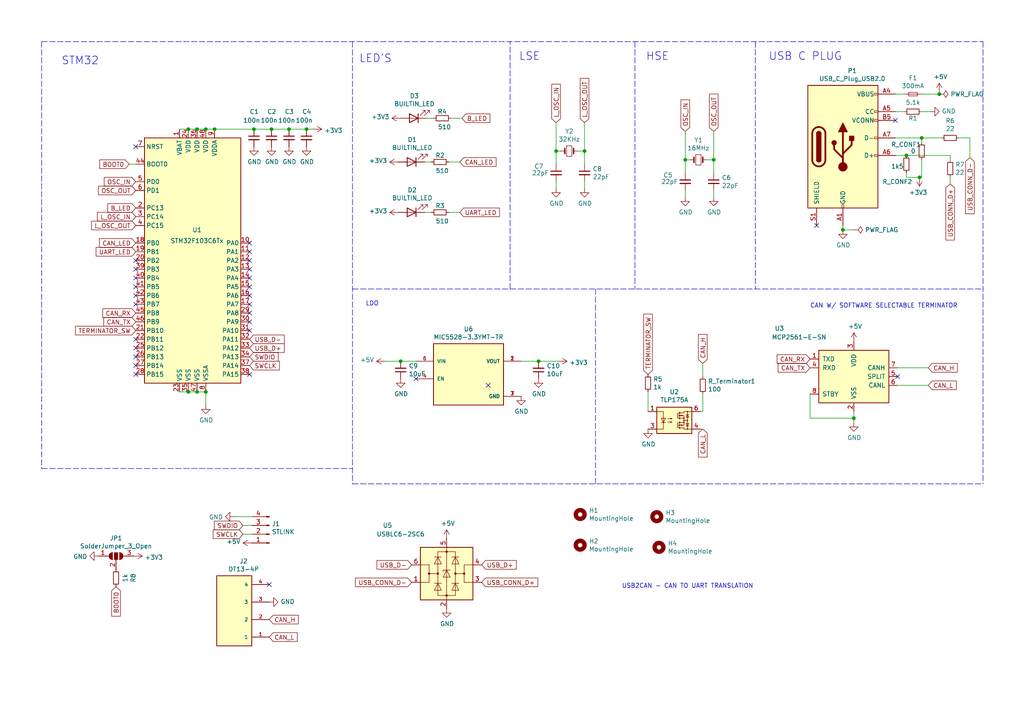
<source format=kicad_sch>
(kicad_sch (version 20211123) (generator eeschema)
  (paper "A4")
  (lib_symbols
    (symbol "Connector:Conn_01x04_Male" (pin_names (offset 1.016) hide)
      (property "Reference" "J" (at 0 5.08 0))
      (property "Value" "Conn_01x04_Male" (at 0 -7.62 0))
      (symbol "Conn_01x04_Male_1_1"
        (polyline (pts (xy 1.27 -5.08) (xy 0.8636 -5.08)) (stroke (width 0.1524)))
        (polyline (pts (xy 1.27 -2.54) (xy 0.8636 -2.54)) (stroke (width 0.1524)))
        (polyline (pts (xy 1.27 0) (xy 0.8636 0)) (stroke (width 0.1524)))
        (polyline (pts (xy 1.27 2.54) (xy 0.8636 2.54)) (stroke (width 0.1524)))
        (rectangle (start 0.8636 -4.953) (end 0 -5.207) (stroke (width 0.1524)) (fill (type outline)))
        (rectangle (start 0.8636 -2.413) (end 0 -2.667) (stroke (width 0.1524)) (fill (type outline)))
        (rectangle (start 0.8636 0.127) (end 0 -0.127) (stroke (width 0.1524)) (fill (type outline)))
        (rectangle (start 0.8636 2.667) (end 0 2.413) (stroke (width 0.1524)) (fill (type outline)))
        (pin passive line (at 5.08 2.54 180) (length 3.81) (name "Pin_1") (number "1"))
        (pin passive line (at 5.08 0 180) (length 3.81) (name "Pin_2") (number "2"))
        (pin passive line (at 5.08 -2.54 180) (length 3.81) (name "Pin_3") (number "3"))
        (pin passive line (at 5.08 -5.08 180) (length 3.81) (name "Pin_4") (number "4"))
      )
    )
    (symbol "Connector:USB_C_Plug_USB2.0" (pin_names (offset 1.016))
      (property "Reference" "P" (at -10.16 19.05 0))
      (property "Value" "USB_C_Plug_USB2.0" (at 12.7 19.05 0))
      (symbol "USB_C_Plug_USB2.0_0_0"
        (rectangle (start -0.254 -17.78) (end 0.254 -16.764))
        (rectangle (start 10.16 -2.286) (end 9.144 -2.794))
        (rectangle (start 10.16 2.794) (end 9.144 2.286))
        (rectangle (start 10.16 7.874) (end 9.144 7.366))
        (rectangle (start 10.16 10.414) (end 9.144 9.906))
        (rectangle (start 10.16 15.494) (end 9.144 14.986))
      )
      (symbol "USB_C_Plug_USB2.0_0_1"
        (rectangle (start -10.16 17.78) (end 10.16 -17.78) (stroke (width 0.254)) (fill (type background)))
        (arc (start -8.89 -3.81) (mid -6.985 -5.715) (end -5.08 -3.81) (stroke (width 0.508)))
        (arc (start -7.62 -3.81) (mid -6.985 -4.445) (end -6.35 -3.81) (stroke (width 0.254)))
        (arc (start -7.62 -3.81) (mid -6.985 -4.445) (end -6.35 -3.81) (stroke (width 0.254)) (fill (type outline)))
        (rectangle (start -7.62 -3.81) (end -6.35 3.81) (stroke (width 0.254)) (fill (type outline)))
        (arc (start -6.35 3.81) (mid -6.985 4.445) (end -7.62 3.81) (stroke (width 0.254)))
        (arc (start -6.35 3.81) (mid -6.985 4.445) (end -7.62 3.81) (stroke (width 0.254)) (fill (type outline)))
        (arc (start -5.08 3.81) (mid -6.985 5.715) (end -8.89 3.81) (stroke (width 0.508)))
        (circle (center -2.54 1.143) (radius 0.635) (stroke (width 0.254)) (fill (type outline)))
        (circle (center 0 -5.842) (radius 1.27) (fill (type outline)))
        (polyline (pts (xy -8.89 -3.81) (xy -8.89 3.81)) (stroke (width 0.508)))
        (polyline (pts (xy -5.08 3.81) (xy -5.08 -3.81)) (stroke (width 0.508)))
        (polyline (pts (xy 0 -5.842) (xy 0 4.318)) (stroke (width 0.508)))
        (polyline (pts (xy 0 -3.302) (xy -2.54 -0.762) (xy -2.54 0.508)) (stroke (width 0.508)))
        (polyline (pts (xy 0 -2.032) (xy 2.54 0.508) (xy 2.54 1.778)) (stroke (width 0.508)))
        (polyline (pts (xy -1.27 4.318) (xy 0 6.858) (xy 1.27 4.318) (xy -1.27 4.318)) (stroke (width 0.254)) (fill (type outline)))
        (rectangle (start 1.905 1.778) (end 3.175 3.048) (stroke (width 0.254)) (fill (type outline)))
      )
      (symbol "USB_C_Plug_USB2.0_1_1"
        (pin passive line (at 0 -22.86 90) (length 5.08) (name "GND") (number "A1"))
        (pin passive line (at 0 -22.86 90) (length 5.08) hide (name "GND") (number "A12"))
        (pin passive line (at 15.24 15.24 180) (length 5.08) (name "VBUS") (number "A4"))
        (pin bidirectional line (at 15.24 10.16 180) (length 5.08) (name "CC") (number "A5"))
        (pin bidirectional line (at 15.24 -2.54 180) (length 5.08) (name "D+") (number "A6"))
        (pin bidirectional line (at 15.24 2.54 180) (length 5.08) (name "D-") (number "A7"))
        (pin passive line (at 15.24 15.24 180) (length 5.08) hide (name "VBUS") (number "A9"))
        (pin passive line (at 0 -22.86 90) (length 5.08) hide (name "GND") (number "B1"))
        (pin passive line (at 0 -22.86 90) (length 5.08) hide (name "GND") (number "B12"))
        (pin passive line (at 15.24 15.24 180) (length 5.08) hide (name "VBUS") (number "B4"))
        (pin bidirectional line (at 15.24 7.62 180) (length 5.08) (name "VCONN") (number "B5"))
        (pin passive line (at 15.24 15.24 180) (length 5.08) hide (name "VBUS") (number "B9"))
        (pin passive line (at -7.62 -22.86 90) (length 5.08) (name "SHIELD") (number "S1"))
      )
    )
    (symbol "Device:C_Small" (pin_numbers hide) (pin_names (offset 0.254) hide)
      (property "Reference" "C" (at 0.254 1.778 0))
      (property "Value" "C_Small" (at 0.254 -2.032 0))
      (symbol "C_Small_0_1"
        (polyline (pts (xy -1.524 -0.508) (xy 1.524 -0.508)) (stroke (width 0.3302)))
        (polyline (pts (xy -1.524 0.508) (xy 1.524 0.508)) (stroke (width 0.3048)))
      )
      (symbol "C_Small_1_1"
        (pin passive line (at 0 2.54 270) (length 2.032) (name "~") (number "1"))
        (pin passive line (at 0 -2.54 90) (length 2.032) (name "~") (number "2"))
      )
    )
    (symbol "Device:Crystal_Small" (pin_numbers hide) (pin_names (offset 1.016) hide)
      (property "Reference" "Y" (at 0 2.54 0))
      (property "Value" "Crystal_Small" (at 0 -2.54 0))
      (symbol "Crystal_Small_0_1"
        (rectangle (start -0.762 -1.524) (end 0.762 1.524))
        (polyline (pts (xy -1.27 -0.762) (xy -1.27 0.762)) (stroke (width 0.381)))
        (polyline (pts (xy 1.27 -0.762) (xy 1.27 0.762)) (stroke (width 0.381)))
      )
      (symbol "Crystal_Small_1_1"
        (pin passive line (at -2.54 0 0) (length 1.27) (name "1") (number "1"))
        (pin passive line (at 2.54 0 180) (length 1.27) (name "2") (number "2"))
      )
    )
    (symbol "Device:Fuse_Small" (pin_numbers hide) (pin_names (offset 0.254) hide)
      (property "Reference" "F" (at 0 -1.524 0))
      (property "Value" "Fuse_Small" (at 0 1.524 0))
      (symbol "Fuse_Small_0_1"
        (rectangle (start -1.27 0.508) (end 1.27 -0.508))
        (polyline (pts (xy -1.27 0) (xy 1.27 0)))
      )
      (symbol "Fuse_Small_1_1"
        (pin passive line (at -2.54 0 0) (length 1.27) (name "~") (number "1"))
        (pin passive line (at 2.54 0 180) (length 1.27) (name "~") (number "2"))
      )
    )
    (symbol "Device:LED" (pin_numbers hide) (pin_names (offset 1.016) hide)
      (property "Reference" "D" (at 0 2.54 0))
      (property "Value" "LED" (at 0 -2.54 0))
      (symbol "LED_0_1"
        (polyline (pts (xy -1.27 -1.27) (xy -1.27 1.27)) (stroke (width 0.254)))
        (polyline (pts (xy -1.27 0) (xy 1.27 0)))
        (polyline (pts (xy 1.27 -1.27) (xy 1.27 1.27) (xy -1.27 0) (xy 1.27 -1.27)) (stroke (width 0.254)))
        (polyline (pts (xy -3.048 -0.762) (xy -4.572 -2.286) (xy -3.81 -2.286) (xy -4.572 -2.286) (xy -4.572 -1.524)))
        (polyline (pts (xy -1.778 -0.762) (xy -3.302 -2.286) (xy -2.54 -2.286) (xy -3.302 -2.286) (xy -3.302 -1.524)))
      )
      (symbol "LED_1_1"
        (pin passive line (at -3.81 0 0) (length 2.54) (name "K") (number "1"))
        (pin passive line (at 3.81 0 180) (length 2.54) (name "A") (number "2"))
      )
    )
    (symbol "Device:R_Small" (pin_numbers hide) (pin_names (offset 0.254) hide)
      (property "Reference" "R" (at 0.762 0.508 0))
      (property "Value" "R_Small" (at 0.762 -1.016 0))
      (symbol "R_Small_0_1"
        (rectangle (start -0.762 1.778) (end 0.762 -1.778) (stroke (width 0.2032)))
      )
      (symbol "R_Small_1_1"
        (pin passive line (at 0 2.54 270) (length 0.762) (name "~") (number "1"))
        (pin passive line (at 0 -2.54 90) (length 0.762) (name "~") (number "2"))
      )
    )
    (symbol "Interface_CAN_LIN:MCP2561-E-SN" (pin_names (offset 1.016))
      (property "Reference" "U" (at -10.16 8.89 0))
      (property "Value" "MCP2561-E-SN" (at 2.54 8.89 0))
      (symbol "MCP2561-E-SN_0_1"
        (rectangle (start -10.16 7.62) (end 10.16 -7.62) (stroke (width 0.254)) (fill (type background)))
      )
      (symbol "MCP2561-E-SN_1_1"
        (pin input line (at -12.7 5.08 0) (length 2.54) (name "TXD") (number "1"))
        (pin power_in line (at 0 -10.16 90) (length 2.54) (name "VSS") (number "2"))
        (pin power_in line (at 0 10.16 270) (length 2.54) (name "VDD") (number "3"))
        (pin output line (at -12.7 2.54 0) (length 2.54) (name "RXD") (number "4"))
        (pin passive line (at 12.7 0 180) (length 2.54) (name "SPLIT") (number "5"))
        (pin bidirectional line (at 12.7 -2.54 180) (length 2.54) (name "CANL") (number "6"))
        (pin bidirectional line (at 12.7 2.54 180) (length 2.54) (name "CANH") (number "7"))
        (pin input line (at -12.7 -5.08 0) (length 2.54) (name "STBY") (number "8"))
      )
    )
    (symbol "MCU_ST_STM32F1:STM32F103C6Tx"
      (property "Reference" "U" (at -15.24 36.83 0))
      (property "Value" "STM32F103C6Tx" (at 7.62 36.83 0))
      (symbol "STM32F103C6Tx_0_1"
        (rectangle (start -15.24 -35.56) (end 12.7 35.56) (stroke (width 0.254)) (fill (type background)))
      )
      (symbol "STM32F103C6Tx_1_1"
        (pin power_in line (at -5.08 38.1 270) (length 2.54) (name "VBAT") (number "1"))
        (pin bidirectional line (at 15.24 5.08 180) (length 2.54) (name "PA0") (number "10"))
        (pin bidirectional line (at 15.24 2.54 180) (length 2.54) (name "PA1") (number "11"))
        (pin bidirectional line (at 15.24 0 180) (length 2.54) (name "PA2") (number "12"))
        (pin bidirectional line (at 15.24 -2.54 180) (length 2.54) (name "PA3") (number "13"))
        (pin bidirectional line (at 15.24 -5.08 180) (length 2.54) (name "PA4") (number "14"))
        (pin bidirectional line (at 15.24 -7.62 180) (length 2.54) (name "PA5") (number "15"))
        (pin bidirectional line (at 15.24 -10.16 180) (length 2.54) (name "PA6") (number "16"))
        (pin bidirectional line (at 15.24 -12.7 180) (length 2.54) (name "PA7") (number "17"))
        (pin bidirectional line (at -17.78 5.08 0) (length 2.54) (name "PB0") (number "18"))
        (pin bidirectional line (at -17.78 2.54 0) (length 2.54) (name "PB1") (number "19"))
        (pin bidirectional line (at -17.78 15.24 0) (length 2.54) (name "PC13") (number "2"))
        (pin bidirectional line (at -17.78 0 0) (length 2.54) (name "PB2") (number "20"))
        (pin bidirectional line (at -17.78 -20.32 0) (length 2.54) (name "PB10") (number "21"))
        (pin bidirectional line (at -17.78 -22.86 0) (length 2.54) (name "PB11") (number "22"))
        (pin power_in line (at -5.08 -38.1 90) (length 2.54) (name "VSS") (number "23"))
        (pin power_in line (at -2.54 38.1 270) (length 2.54) (name "VDD") (number "24"))
        (pin bidirectional line (at -17.78 -25.4 0) (length 2.54) (name "PB12") (number "25"))
        (pin bidirectional line (at -17.78 -27.94 0) (length 2.54) (name "PB13") (number "26"))
        (pin bidirectional line (at -17.78 -30.48 0) (length 2.54) (name "PB14") (number "27"))
        (pin bidirectional line (at -17.78 -33.02 0) (length 2.54) (name "PB15") (number "28"))
        (pin bidirectional line (at 15.24 -15.24 180) (length 2.54) (name "PA8") (number "29"))
        (pin bidirectional line (at -17.78 12.7 0) (length 2.54) (name "PC14") (number "3"))
        (pin bidirectional line (at 15.24 -17.78 180) (length 2.54) (name "PA9") (number "30"))
        (pin bidirectional line (at 15.24 -20.32 180) (length 2.54) (name "PA10") (number "31"))
        (pin bidirectional line (at 15.24 -22.86 180) (length 2.54) (name "PA11") (number "32"))
        (pin bidirectional line (at 15.24 -25.4 180) (length 2.54) (name "PA12") (number "33"))
        (pin bidirectional line (at 15.24 -27.94 180) (length 2.54) (name "PA13") (number "34"))
        (pin power_in line (at -2.54 -38.1 90) (length 2.54) (name "VSS") (number "35"))
        (pin power_in line (at 0 38.1 270) (length 2.54) (name "VDD") (number "36"))
        (pin bidirectional line (at 15.24 -30.48 180) (length 2.54) (name "PA14") (number "37"))
        (pin bidirectional line (at 15.24 -33.02 180) (length 2.54) (name "PA15") (number "38"))
        (pin bidirectional line (at -17.78 -2.54 0) (length 2.54) (name "PB3") (number "39"))
        (pin bidirectional line (at -17.78 10.16 0) (length 2.54) (name "PC15") (number "4"))
        (pin bidirectional line (at -17.78 -5.08 0) (length 2.54) (name "PB4") (number "40"))
        (pin bidirectional line (at -17.78 -7.62 0) (length 2.54) (name "PB5") (number "41"))
        (pin bidirectional line (at -17.78 -10.16 0) (length 2.54) (name "PB6") (number "42"))
        (pin bidirectional line (at -17.78 -12.7 0) (length 2.54) (name "PB7") (number "43"))
        (pin input line (at -17.78 27.94 0) (length 2.54) (name "BOOT0") (number "44"))
        (pin bidirectional line (at -17.78 -15.24 0) (length 2.54) (name "PB8") (number "45"))
        (pin bidirectional line (at -17.78 -17.78 0) (length 2.54) (name "PB9") (number "46"))
        (pin power_in line (at 0 -38.1 90) (length 2.54) (name "VSS") (number "47"))
        (pin power_in line (at 2.54 38.1 270) (length 2.54) (name "VDD") (number "48"))
        (pin input line (at -17.78 22.86 0) (length 2.54) (name "PD0") (number "5"))
        (pin input line (at -17.78 20.32 0) (length 2.54) (name "PD1") (number "6"))
        (pin input line (at -17.78 33.02 0) (length 2.54) (name "NRST") (number "7"))
        (pin power_in line (at 2.54 -38.1 90) (length 2.54) (name "VSSA") (number "8"))
        (pin power_in line (at 5.08 38.1 270) (length 2.54) (name "VDDA") (number "9"))
      )
    )
    (symbol "Mechanical:MountingHole" (pin_names (offset 1.016))
      (property "Reference" "H" (at 0 5.08 0))
      (property "Value" "MountingHole" (at 0 3.175 0))
      (symbol "MountingHole_0_1"
        (circle (center 0 0) (radius 1.27) (stroke (width 1.27)))
      )
    )
    (symbol "Power_Protection:USBLC6-2SC6" (pin_names hide)
      (property "Reference" "U" (at 2.54 8.89 0))
      (property "Value" "USBLC6-2SC6" (at 2.54 -8.89 0))
      (symbol "USBLC6-2SC6_0_1"
        (rectangle (start -7.62 -7.62) (end 7.62 7.62) (stroke (width 0.254)) (fill (type background)))
        (circle (center -5.08 0) (radius 0.254) (fill (type outline)))
        (circle (center -2.54 0) (radius 0.254) (fill (type outline)))
        (rectangle (start -2.54 6.35) (end 2.54 -6.35))
        (circle (center 0 -6.35) (radius 0.254) (fill (type outline)))
        (polyline (pts (xy -5.08 -2.54) (xy -7.62 -2.54)))
        (polyline (pts (xy -5.08 0) (xy -5.08 -2.54)))
        (polyline (pts (xy -5.08 2.54) (xy -7.62 2.54)))
        (polyline (pts (xy -1.524 -2.794) (xy -3.556 -2.794)))
        (polyline (pts (xy -1.524 4.826) (xy -3.556 4.826)))
        (polyline (pts (xy 0 -7.62) (xy 0 -6.35)))
        (polyline (pts (xy 0 -6.35) (xy 0 1.27)))
        (polyline (pts (xy 0 1.27) (xy 0 6.35)))
        (polyline (pts (xy 0 6.35) (xy 0 7.62)))
        (polyline (pts (xy 1.524 -2.794) (xy 3.556 -2.794)))
        (polyline (pts (xy 1.524 4.826) (xy 3.556 4.826)))
        (polyline (pts (xy 5.08 -2.54) (xy 7.62 -2.54)))
        (polyline (pts (xy 5.08 0) (xy 5.08 -2.54)))
        (polyline (pts (xy 5.08 2.54) (xy 7.62 2.54)))
        (polyline (pts (xy -2.54 0) (xy -5.08 0) (xy -5.08 2.54)))
        (polyline (pts (xy 2.54 0) (xy 5.08 0) (xy 5.08 2.54)))
        (polyline (pts (xy -3.556 -4.826) (xy -1.524 -4.826) (xy -2.54 -2.794) (xy -3.556 -4.826)))
        (polyline (pts (xy -3.556 2.794) (xy -1.524 2.794) (xy -2.54 4.826) (xy -3.556 2.794)))
        (polyline (pts (xy -1.016 -1.016) (xy 1.016 -1.016) (xy 0 1.016) (xy -1.016 -1.016)))
        (polyline (pts (xy 1.016 1.016) (xy 0.762 1.016) (xy -1.016 1.016) (xy -1.016 0.508)))
        (polyline (pts (xy 3.556 -4.826) (xy 1.524 -4.826) (xy 2.54 -2.794) (xy 3.556 -4.826)))
        (polyline (pts (xy 3.556 2.794) (xy 1.524 2.794) (xy 2.54 4.826) (xy 3.556 2.794)))
        (circle (center 0 6.35) (radius 0.254) (fill (type outline)))
        (circle (center 2.54 0) (radius 0.254) (fill (type outline)))
        (circle (center 5.08 0) (radius 0.254) (fill (type outline)))
      )
      (symbol "USBLC6-2SC6_1_1"
        (pin passive line (at -10.16 -2.54 0) (length 2.54) (name "I/O1") (number "1"))
        (pin passive line (at 0 -10.16 90) (length 2.54) (name "GND") (number "2"))
        (pin passive line (at 10.16 -2.54 180) (length 2.54) (name "I/O2") (number "3"))
        (pin passive line (at 10.16 2.54 180) (length 2.54) (name "I/O2") (number "4"))
        (pin passive line (at 0 10.16 270) (length 2.54) (name "VBUS") (number "5"))
        (pin passive line (at -10.16 2.54 0) (length 2.54) (name "I/O1") (number "6"))
      )
    )
    (symbol "Relay_SolidState:TLP175A"
      (property "Reference" "U" (at -5.08 4.953 0))
      (property "Value" "TLP175A" (at -5.08 -5.08 0))
      (symbol "TLP175A_0_1"
        (rectangle (start -5.08 3.81) (end 5.08 -3.81) (stroke (width 0.254)) (fill (type background)))
        (polyline (pts (xy -3.81 -0.635) (xy -2.54 -0.635)))
        (polyline (pts (xy 1.016 -0.635) (xy 1.016 -2.159)) (stroke (width 0.2032)))
        (polyline (pts (xy 1.016 2.159) (xy 1.016 0.635)) (stroke (width 0.2032)))
        (polyline (pts (xy 1.524 -0.508) (xy 1.524 -0.762)) (stroke (width 0.3556)))
        (polyline (pts (xy 2.794 0) (xy 3.81 0)))
        (polyline (pts (xy 3.429 -1.651) (xy 4.191 -1.651)))
        (polyline (pts (xy 3.429 1.651) (xy 4.191 1.651)))
        (polyline (pts (xy 3.81 -2.54) (xy 3.81 2.54)))
        (polyline (pts (xy 1.524 -2.032) (xy 1.524 -2.286) (xy 1.524 -2.286)) (stroke (width 0.3556)))
        (polyline (pts (xy 1.524 -1.27) (xy 1.524 -1.524) (xy 1.524 -1.524)) (stroke (width 0.3556)))
        (polyline (pts (xy 1.524 0.762) (xy 1.524 0.508) (xy 1.524 0.508)) (stroke (width 0.3556)))
        (polyline (pts (xy 1.524 1.524) (xy 1.524 1.27) (xy 1.524 1.27)) (stroke (width 0.3556)))
        (polyline (pts (xy 1.524 2.286) (xy 1.524 2.032) (xy 1.524 2.032)) (stroke (width 0.3556)))
        (polyline (pts (xy 1.651 -1.397) (xy 2.794 -1.397) (xy 2.794 -0.635)))
        (polyline (pts (xy 1.651 1.397) (xy 2.794 1.397) (xy 2.794 0.635)))
        (polyline (pts (xy -5.08 2.54) (xy -3.175 2.54) (xy -3.175 -2.54) (xy -5.08 -2.54)))
        (polyline (pts (xy -3.175 -0.635) (xy -3.81 0.635) (xy -2.54 0.635) (xy -3.175 -0.635)))
        (polyline (pts (xy 1.651 -2.159) (xy 2.794 -2.159) (xy 2.794 -2.54) (xy 5.08 -2.54)))
        (polyline (pts (xy 1.651 -0.635) (xy 2.794 -0.635) (xy 2.794 0.635) (xy 1.651 0.635)))
        (polyline (pts (xy 1.651 2.159) (xy 2.794 2.159) (xy 2.794 2.54) (xy 5.08 2.54)))
        (polyline (pts (xy 1.778 -1.397) (xy 2.286 -1.27) (xy 2.286 -1.524) (xy 1.778 -1.397)))
        (polyline (pts (xy 1.778 1.397) (xy 2.286 1.524) (xy 2.286 1.27) (xy 1.778 1.397)))
        (polyline (pts (xy 3.81 -1.651) (xy 3.429 -0.889) (xy 4.191 -0.889) (xy 3.81 -1.651)))
        (polyline (pts (xy 3.81 1.651) (xy 3.429 0.889) (xy 4.191 0.889) (xy 3.81 1.651)))
        (polyline (pts (xy -1.905 -0.508) (xy -0.635 -0.508) (xy -1.016 -0.635) (xy -1.016 -0.381) (xy -0.635 -0.508)))
        (polyline (pts (xy -1.905 0.508) (xy -0.635 0.508) (xy -1.016 0.381) (xy -1.016 0.635) (xy -0.635 0.508)))
        (circle (center 2.794 -0.635) (radius 0.127))
        (circle (center 2.794 0) (radius 0.127))
        (circle (center 2.794 0.635) (radius 0.127))
        (circle (center 3.81 -2.54) (radius 0.127))
        (circle (center 3.81 0) (radius 0.127))
        (circle (center 3.81 2.54) (radius 0.127))
      )
      (symbol "TLP175A_1_1"
        (pin passive line (at -7.62 2.54 0) (length 2.54) (name "~") (number "1"))
        (pin passive line (at -7.62 -2.54 0) (length 2.54) (name "~") (number "3"))
        (pin passive line (at 7.62 -2.54 180) (length 2.54) (name "~") (number "4"))
        (pin passive line (at 7.62 2.54 180) (length 2.54) (name "~") (number "6"))
      )
    )
    (symbol "can2usb-rescue:+3.3V-power" (power) (pin_names (offset 0))
      (property "Value" "+3.3V-power" (at 0 3.556 0))
      (symbol "+3.3V-power_0_1"
        (polyline (pts (xy -0.762 1.27) (xy 0 2.54)))
        (polyline (pts (xy 0 0) (xy 0 2.54)))
        (polyline (pts (xy 0 2.54) (xy 0.762 1.27)))
      )
      (symbol "+3.3V-power_1_1"
        (pin power_in line (at 0 0 90) (length 0) hide (name "+3V3") (number "1"))
      )
    )
    (symbol "can2usb-rescue:SolderJumper_3_Open-Jumper" (pin_names (offset 0) hide)
      (property "Reference" "JP" (at -2.54 -2.54 0))
      (property "Value" "SolderJumper_3_Open-Jumper" (at 0 2.794 0))
      (symbol "SolderJumper_3_Open-Jumper_0_1"
        (arc (start -1.016 1.016) (mid -2.032 0) (end -1.016 -1.016))
        (arc (start -1.016 1.016) (mid -2.032 0) (end -1.016 -1.016) (fill (type outline)))
        (rectangle (start -0.508 1.016) (end 0.508 -1.016) (fill (type outline)))
        (polyline (pts (xy -2.54 0) (xy -2.032 0)))
        (polyline (pts (xy -1.016 1.016) (xy -1.016 -1.016)))
        (polyline (pts (xy 0 -1.27) (xy 0 -1.016)))
        (polyline (pts (xy 1.016 1.016) (xy 1.016 -1.016)))
        (polyline (pts (xy 2.54 0) (xy 2.032 0)))
        (arc (start 1.016 -1.016) (mid 2.032 0) (end 1.016 1.016))
        (arc (start 1.016 -1.016) (mid 2.032 0) (end 1.016 1.016) (fill (type outline)))
      )
      (symbol "SolderJumper_3_Open-Jumper_1_1"
        (pin passive line (at -5.08 0 0) (length 2.54) (name "A") (number "1"))
        (pin input line (at 0 -3.81 90) (length 2.54) (name "C") (number "2"))
        (pin passive line (at 5.08 0 180) (length 2.54) (name "B") (number "3"))
      )
    )
    (symbol "can2usb_helper:DT13-4P" (pin_names (offset 1.016))
      (property "Reference" "J" (at -5.08 12.7254 0))
      (property "Value" "DT13-4P" (at -5.08 -15.24 0))
      (symbol "DT13-4P_0_0"
        (rectangle (start -5.08 -10.16) (end 5.08 10.16) (stroke (width 0.254)) (fill (type background)))
        (pin passive line (at -10.16 7.62 0) (length 5.08) (name "1") (number "1"))
        (pin passive line (at -10.16 2.54 0) (length 5.08) (name "2") (number "2"))
        (pin passive line (at -10.16 -2.54 0) (length 5.08) (name "3") (number "3"))
        (pin passive line (at -10.16 -7.62 0) (length 5.08) (name "4") (number "4"))
      )
    )
    (symbol "can2usb_helper:MIC5528-3.3YMT-TR" (pin_names (offset 1.016))
      (property "Reference" "U" (at -10.16 8.382 0))
      (property "Value" "MIC5528-3.3YMT-TR" (at -10.16 -12.7 0))
      (symbol "MIC5528-3.3YMT-TR_0_0"
        (rectangle (start -10.16 -10.16) (end 10.16 7.62) (stroke (width 0.254)) (fill (type background)))
        (pin output line (at 15.24 2.54 180) (length 5.08) (name "VOUT") (number "1"))
        (pin output line (at 15.24 2.54 180) (length 5.08) (name "VOUT") (number "2"))
        (pin power_in line (at 15.24 -7.62 180) (length 5.08) (name "GND") (number "3"))
        (pin input line (at -15.24 -2.54 0) (length 5.08) (name "EN") (number "4"))
        (pin input line (at -15.24 2.54 0) (length 5.08) (name "VIN") (number "6"))
        (pin power_in line (at 15.24 -7.62 180) (length 5.08) (name "GND") (number "7"))
      )
    )
    (symbol "power:+5V" (power) (pin_names (offset 0))
      (property "Value" "+5V" (at 0 3.556 0))
      (symbol "+5V_0_1"
        (polyline (pts (xy -0.762 1.27) (xy 0 2.54)))
        (polyline (pts (xy 0 0) (xy 0 2.54)))
        (polyline (pts (xy 0 2.54) (xy 0.762 1.27)))
      )
      (symbol "+5V_1_1"
        (pin power_in line (at 0 0 90) (length 0) hide (name "+5V") (number "1"))
      )
    )
    (symbol "power:GND" (power) (pin_names (offset 0))
      (property "Value" "GND" (at 0 -3.81 0))
      (symbol "GND_0_1"
        (polyline (pts (xy 0 0) (xy 0 -1.27) (xy 1.27 -1.27) (xy 0 -2.54) (xy -1.27 -1.27) (xy 0 -1.27)))
      )
      (symbol "GND_1_1"
        (pin power_in line (at 0 0 270) (length 0) hide (name "GND") (number "1"))
      )
    )
    (symbol "power:PWR_FLAG" (power) (pin_numbers hide) (pin_names (offset 0) hide)
      (property "Value" "PWR_FLAG" (at 0 3.81 0))
      (symbol "PWR_FLAG_0_0"
        (pin power_out line (at 0 0 90) (length 0) (name "pwr") (number "1"))
      )
      (symbol "PWR_FLAG_0_1"
        (polyline (pts (xy 0 0) (xy 0 1.27) (xy -1.016 1.905) (xy 0 2.54) (xy 1.016 1.905) (xy 0 1.27)))
      )
    )
  )
  (junction (at 198.755 46.355))
  (junction (at 78.74 37.465))
  (junction (at 57.15 113.665))
  (junction (at 272.415 27.305))
  (junction (at 247.65 121.285))
  (junction (at 266.7 51.435))
  (junction (at 59.69 113.665))
  (junction (at 156.21 104.775))
  (junction (at 207.01 46.355))
  (junction (at 267.335 40.005))
  (junction (at 62.23 37.465))
  (junction (at 88.9 37.465))
  (junction (at 116.205 104.775))
  (junction (at 54.61 37.465))
  (junction (at 169.545 43.815))
  (junction (at 262.89 45.085))
  (junction (at 83.82 37.465))
  (junction (at 57.15 37.465))
  (junction (at 54.61 113.665))
  (junction (at 244.475 66.675))
  (junction (at 161.29 43.815))
  (junction (at 73.66 37.465))
  (junction (at 59.69 37.465))
  (no_connect (at 39.37 100.965))
  (no_connect (at 72.39 95.885))
  (no_connect (at 39.37 80.645))
  (no_connect (at 78.105 169.545))
  (no_connect (at 39.37 75.565))
  (no_connect (at 72.39 85.725))
  (no_connect (at 72.39 83.185))
  (no_connect (at 120.65 109.855))
  (no_connect (at 72.39 80.645))
  (no_connect (at 39.37 108.585))
  (no_connect (at 72.39 108.585))
  (no_connect (at 39.37 88.265))
  (no_connect (at 39.37 106.045))
  (no_connect (at 39.37 85.725))
  (no_connect (at 141.605 111.76))
  (no_connect (at 72.39 78.105))
  (no_connect (at 39.37 42.545))
  (no_connect (at 39.37 78.105))
  (no_connect (at 39.37 83.185))
  (no_connect (at 72.39 93.345))
  (no_connect (at 259.715 34.925))
  (no_connect (at 72.39 73.025))
  (no_connect (at 39.37 98.425))
  (no_connect (at 72.39 88.265))
  (no_connect (at 72.39 70.485))
  (no_connect (at 236.855 65.405))
  (no_connect (at 260.35 109.22))
  (no_connect (at 39.37 103.505))
  (no_connect (at 72.39 75.565))
  (no_connect (at 72.39 90.805))
  (polyline (pts (xy 102.235 12.065) (xy 102.235 140.335)))
  (wire (pts (xy 247.65 121.285) (xy 234.95 121.285)))
  (wire (pts (xy 247.65 121.285) (xy 247.65 122.555)))
  (wire (pts (xy 130.175 46.99) (xy 133.35 46.99)))
  (wire (pts (xy 59.69 37.465) (xy 62.23 37.465)))
  (wire (pts (xy 207.01 46.355) (xy 207.01 50.165)))
  (wire (pts (xy 275.59 46.355) (xy 275.59 45.085)))
  (wire (pts (xy 262.89 50.165) (xy 262.89 51.435)))
  (wire (pts (xy 203.835 119.38) (xy 203.2 119.38)))
  (wire (pts (xy 88.9 37.465) (xy 90.805 37.465)))
  (wire (pts (xy 54.61 37.465) (xy 57.15 37.465)))
  (wire (pts (xy 267.335 40.005) (xy 273.05 40.005)))
  (wire (pts (xy 203.835 109.22) (xy 203.835 105.41)))
  (wire (pts (xy 260.35 106.68) (xy 269.24 106.68)))
  (wire (pts (xy 203.2 124.46) (xy 203.835 124.46)))
  (wire (pts (xy 247.65 119.38) (xy 247.65 121.285)))
  (wire (pts (xy 200.025 46.355) (xy 198.755 46.355)))
  (wire (pts (xy 167.64 43.815) (xy 169.545 43.815)))
  (wire (pts (xy 198.755 46.355) (xy 198.755 38.1)))
  (polyline (pts (xy 102.235 140.335) (xy 285.115 140.335)))
  (wire (pts (xy 59.69 117.475) (xy 59.69 113.665)))
  (wire (pts (xy 234.95 121.285) (xy 234.95 114.3)))
  (wire (pts (xy 269.875 32.385) (xy 267.335 32.385)))
  (wire (pts (xy 187.96 119.38) (xy 187.96 113.665)))
  (wire (pts (xy 267.335 51.435) (xy 266.7 51.435)))
  (polyline (pts (xy 172.72 83.82) (xy 172.72 140.335)))
  (wire (pts (xy 52.07 113.665) (xy 54.61 113.665)))
  (wire (pts (xy 281.305 40.005) (xy 281.305 45.72)))
  (wire (pts (xy 57.15 37.465) (xy 59.69 37.465)))
  (polyline (pts (xy 219.075 12.065) (xy 219.075 83.82)))
  (wire (pts (xy 244.475 65.405) (xy 244.475 66.675)))
  (wire (pts (xy 70.485 152.4) (xy 73.025 152.4)))
  (polyline (pts (xy 147.955 83.82) (xy 147.955 12.065)))
  (wire (pts (xy 247.65 66.675) (xy 244.475 66.675)))
  (wire (pts (xy 111.76 104.775) (xy 116.205 104.775)))
  (wire (pts (xy 161.29 43.815) (xy 161.29 35.56)))
  (wire (pts (xy 78.74 37.465) (xy 83.82 37.465)))
  (wire (pts (xy 67.945 149.86) (xy 73.025 149.86)))
  (polyline (pts (xy 102.235 83.82) (xy 285.115 83.82)))
  (wire (pts (xy 62.23 37.465) (xy 73.66 37.465)))
  (wire (pts (xy 54.61 113.665) (xy 57.15 113.665)))
  (polyline (pts (xy 12.065 12.065) (xy 285.115 12.065)))
  (wire (pts (xy 130.81 34.29) (xy 133.985 34.29)))
  (polyline (pts (xy 184.15 12.065) (xy 184.15 83.82)))
  (wire (pts (xy 275.59 51.435) (xy 275.59 53.34)))
  (wire (pts (xy 37.465 47.625) (xy 39.37 47.625)))
  (wire (pts (xy 161.29 43.815) (xy 161.29 47.625)))
  (wire (pts (xy 116.205 104.775) (xy 120.65 104.775)))
  (wire (pts (xy 151.13 104.775) (xy 156.21 104.775)))
  (wire (pts (xy 162.56 43.815) (xy 161.29 43.815)))
  (wire (pts (xy 123.19 46.99) (xy 125.095 46.99)))
  (wire (pts (xy 262.89 45.085) (xy 275.59 45.085)))
  (wire (pts (xy 207.01 55.245) (xy 207.01 57.15)))
  (wire (pts (xy 57.15 113.665) (xy 59.69 113.665)))
  (wire (pts (xy 259.715 32.385) (xy 262.255 32.385)))
  (wire (pts (xy 161.29 52.705) (xy 161.29 54.61)))
  (wire (pts (xy 260.35 111.76) (xy 269.24 111.76)))
  (wire (pts (xy 272.415 27.305) (xy 272.415 26.67)))
  (wire (pts (xy 130.175 61.595) (xy 133.35 61.595)))
  (wire (pts (xy 198.755 55.245) (xy 198.755 57.15)))
  (wire (pts (xy 169.545 52.705) (xy 169.545 54.61)))
  (wire (pts (xy 267.335 41.275) (xy 267.335 40.005)))
  (polyline (pts (xy 12.065 12.065) (xy 12.065 135.89)))
  (wire (pts (xy 123.19 61.595) (xy 125.095 61.595)))
  (wire (pts (xy 156.21 104.775) (xy 161.925 104.775)))
  (wire (pts (xy 278.13 40.005) (xy 281.305 40.005)))
  (wire (pts (xy 169.545 43.815) (xy 169.545 47.625)))
  (wire (pts (xy 267.335 27.305) (xy 272.415 27.305)))
  (polyline (pts (xy 12.065 135.89) (xy 102.235 135.89)))
  (wire (pts (xy 203.835 114.3) (xy 203.835 119.38)))
  (wire (pts (xy 259.715 45.085) (xy 262.89 45.085)))
  (wire (pts (xy 259.715 40.005) (xy 267.335 40.005)))
  (wire (pts (xy 259.715 27.305) (xy 262.255 27.305)))
  (wire (pts (xy 70.485 154.94) (xy 73.025 154.94)))
  (wire (pts (xy 262.89 51.435) (xy 266.7 51.435)))
  (wire (pts (xy 123.825 34.29) (xy 125.73 34.29)))
  (polyline (pts (xy 285.115 12.065) (xy 285.115 140.335)))
  (wire (pts (xy 83.82 37.465) (xy 88.9 37.465)))
  (wire (pts (xy 205.105 46.355) (xy 207.01 46.355)))
  (wire (pts (xy 52.07 37.465) (xy 54.61 37.465)))
  (wire (pts (xy 73.66 37.465) (xy 78.74 37.465)))
  (wire (pts (xy 207.01 46.355) (xy 207.01 38.1)))
  (wire (pts (xy 169.545 43.815) (xy 169.545 35.56)))
  (wire (pts (xy 198.755 46.355) (xy 198.755 50.165)))
  (wire (pts (xy 267.335 46.355) (xy 267.335 51.435)))
  (text "LED'S\n" (at 104.14 18.415 0) (effects (font (size 2.2606 2.2606)) (justify left bottom)))
  (text "CAN W/ SOFTWARE SELECTABLE TERMINATOR" (at 234.95 89.535 0) (effects (font (size 1.27 1.27)) (justify left bottom)))
  (text "HSE" (at 187.325 17.78 0) (effects (font (size 2.2606 2.2606)) (justify left bottom)))
  (text "USB2CAN - CAN TO UART TRANSLATION" (at 180.34 170.815 0) (effects (font (size 1.27 1.27)) (justify left bottom)))
  (text "LDO\n" (at 106.045 88.9 0) (effects (font (size 1.27 1.27)) (justify left bottom)))
  (text "USB C PLUG" (at 222.885 17.78 0) (effects (font (size 2.2606 2.2606)) (justify left bottom)))
  (text "STM32" (at 17.78 19.05 0) (effects (font (size 2.2606 2.2606)) (justify left bottom)))
  (text "LSE" (at 150.495 17.78 0) (effects (font (size 2.2606 2.2606)) (justify left bottom)))
  (global_label "CAN_L" (shape input) (at 78.105 184.785 0) (property "Intersheet References" "${INTERSHEET_REFS}" (effects hide)))
  (global_label "CAN_LED" (shape input) (at 133.35 46.99 0) (property "Intersheet References" "${INTERSHEET_REFS}" (effects hide)))
  (global_label "BOOT0" (shape input) (at 37.465 47.625 180) (property "Intersheet References" "${INTERSHEET_REFS}" (effects hide)))
  (global_label "TERMINATOR_SW" (shape input) (at 39.37 95.885 180) (property "Intersheet References" "${INTERSHEET_REFS}" (effects hide)))
  (global_label "SWCLK" (shape input) (at 72.39 106.045 0) (property "Intersheet References" "${INTERSHEET_REFS}" (effects hide)))
  (global_label "L_OSC_OUT" (shape input) (at 169.545 35.56 90) (property "Intersheet References" "${INTERSHEET_REFS}" (effects hide)))
  (global_label "CAN_RX" (shape input) (at 39.37 90.805 180) (property "Intersheet References" "${INTERSHEET_REFS}" (effects hide)))
  (global_label "USB_D-" (shape input) (at 72.39 98.425 0) (property "Intersheet References" "${INTERSHEET_REFS}" (effects hide)))
  (global_label "CAN_TX" (shape input) (at 234.95 106.68 180) (property "Intersheet References" "${INTERSHEET_REFS}" (effects hide)))
  (global_label "B_LED" (shape input) (at 39.37 60.325 180) (property "Intersheet References" "${INTERSHEET_REFS}" (effects hide)))
  (global_label "OSC_IN" (shape input) (at 198.755 38.1 90) (property "Intersheet References" "${INTERSHEET_REFS}" (effects hide)))
  (global_label "CAN_L" (shape input) (at 203.835 124.46 270) (property "Intersheet References" "${INTERSHEET_REFS}" (effects hide)))
  (global_label "UART_LED" (shape input) (at 133.35 61.595 0) (property "Intersheet References" "${INTERSHEET_REFS}" (effects hide)))
  (global_label "USB_CONN_D+" (shape input) (at 275.59 53.34 270) (property "Intersheet References" "${INTERSHEET_REFS}" (effects hide)))
  (global_label "CAN_L" (shape input) (at 269.24 111.76 0) (property "Intersheet References" "${INTERSHEET_REFS}" (effects hide)))
  (global_label "SWDIO" (shape input) (at 70.485 152.4 180) (property "Intersheet References" "${INTERSHEET_REFS}" (effects hide)))
  (global_label "UART_LED" (shape input) (at 39.37 73.025 180) (property "Intersheet References" "${INTERSHEET_REFS}" (effects hide)))
  (global_label "CAN_TX" (shape input) (at 39.37 93.345 180) (property "Intersheet References" "${INTERSHEET_REFS}" (effects hide)))
  (global_label "L_OSC_IN" (shape input) (at 161.29 35.56 90) (property "Intersheet References" "${INTERSHEET_REFS}" (effects hide)))
  (global_label "USB_D+" (shape input) (at 72.39 100.965 0) (property "Intersheet References" "${INTERSHEET_REFS}" (effects hide)))
  (global_label "SWDIO" (shape input) (at 72.39 103.505 0) (property "Intersheet References" "${INTERSHEET_REFS}" (effects hide)))
  (global_label "BOOT0" (shape input) (at 33.655 170.18 270) (property "Intersheet References" "${INTERSHEET_REFS}" (effects hide)))
  (global_label "CAN_H" (shape input) (at 269.24 106.68 0) (property "Intersheet References" "${INTERSHEET_REFS}" (effects hide)))
  (global_label "OSC_OUT" (shape input) (at 39.37 55.245 180) (property "Intersheet References" "${INTERSHEET_REFS}" (effects hide)))
  (global_label "USB_D-" (shape input) (at 119.38 163.83 180) (property "Intersheet References" "${INTERSHEET_REFS}" (effects hide)))
  (global_label "CAN_H" (shape input) (at 203.835 105.41 90) (property "Intersheet References" "${INTERSHEET_REFS}" (effects hide)))
  (global_label "OSC_IN" (shape input) (at 39.37 52.705 180) (property "Intersheet References" "${INTERSHEET_REFS}" (effects hide)))
  (global_label "L_OSC_OUT" (shape input) (at 39.37 65.405 180) (property "Intersheet References" "${INTERSHEET_REFS}" (effects hide)))
  (global_label "SWCLK" (shape input) (at 70.485 154.94 180) (property "Intersheet References" "${INTERSHEET_REFS}" (effects hide)))
  (global_label "USB_CONN_D+" (shape input) (at 139.7 168.91 0) (property "Intersheet References" "${INTERSHEET_REFS}" (effects hide)))
  (global_label "L_OSC_IN" (shape input) (at 39.37 62.865 180) (property "Intersheet References" "${INTERSHEET_REFS}" (effects hide)))
  (global_label "CAN_RX" (shape input) (at 234.95 104.14 180) (property "Intersheet References" "${INTERSHEET_REFS}" (effects hide)))
  (global_label "USB_CONN_D-" (shape input) (at 119.38 168.91 180) (property "Intersheet References" "${INTERSHEET_REFS}" (effects hide)))
  (global_label "CAN_LED" (shape input) (at 39.37 70.485 180) (property "Intersheet References" "${INTERSHEET_REFS}" (effects hide)))
  (global_label "USB_D+" (shape input) (at 139.7 163.83 0) (property "Intersheet References" "${INTERSHEET_REFS}" (effects hide)))
  (global_label "CAN_H" (shape input) (at 78.105 179.705 0) (property "Intersheet References" "${INTERSHEET_REFS}" (effects hide)))
  (global_label "TERMINATOR_SW" (shape input) (at 187.96 108.585 90) (property "Intersheet References" "${INTERSHEET_REFS}" (effects hide)))
  (global_label "B_LED" (shape input) (at 133.985 34.29 0) (property "Intersheet References" "${INTERSHEET_REFS}" (effects hide)))
  (global_label "USB_CONN_D-" (shape input) (at 281.305 45.72 270) (property "Intersheet References" "${INTERSHEET_REFS}" (effects hide)))
  (global_label "OSC_OUT" (shape input) (at 207.01 38.1 90) (property "Intersheet References" "${INTERSHEET_REFS}" (effects hide)))
  (symbol (lib_id "MCU_ST_STM32F1:STM32F103C6Tx") (at 57.15 75.565 0) (unit 1)
    (property "Reference" "U1" (at 57.15 66.675 0))
    (property "Value" "STM32F103C6Tx" (at 57.15 69.85 0))
    (property "Footprint" "Package_QFP:LQFP-48_7x7mm_P0.5mm" (effects hide))
    (property "Datasheet" "http://www.st.com/st-web-ui/static/active/en/resource/technical/document/datasheet/CD00210843.pdf" (effects hide))
  )
  (symbol (lib_id "Connector:USB_C_Plug_USB2.0") (at 244.475 42.545 0) (unit 1)
    (property "Reference" "P1" (at 247.1928 20.5232 0))
    (property "Value" "USB_C_Plug_USB2.0" (at 247.1928 22.8346 0))
    (property "Footprint" "Connector_USB:USB_C_Receptacle_GCT_USB4085" (effects hide))
    (property "Datasheet" "https://www.usb.org/sites/default/files/documents/usb_type-c.zip" (effects hide))
  )
  (symbol (lib_id "Device:LED") (at 120.015 34.29 180) (unit 1)
    (property "Reference" "D3" (at 120.1928 27.813 0))
    (property "Value" "BUILTIN_LED" (at 120.1928 30.1244 0))
    (property "Footprint" "LED_SMD:LED_0805_2012Metric" (effects hide))
  )
  (symbol (lib_id "Device:C_Small") (at 116.205 107.315 180) (unit 1)
    (property "Reference" "C9" (at 118.5418 106.1466 0) (effects (justify right)))
    (property "Value" "10uF" (at 118.5418 108.458 0) (effects (justify right)))
    (property "Footprint" "Capacitor_SMD:C_0402_1005Metric_Pad0.74x0.62mm_HandSolder" (effects hide))
  )
  (symbol (lib_id "Device:R_Small") (at 128.27 34.29 90) (unit 1)
    (property "Reference" "R4" (at 128.27 32.385 90))
    (property "Value" "510" (at 128.905 36.83 90))
    (property "Footprint" "Resistor_SMD:R_0402_1005Metric_Pad0.72x0.64mm_HandSolder" (effects hide))
  )
  (symbol (lib_id "can2usb-rescue:+3.3V-power") (at 116.205 34.29 90) (unit 1)
    (property "Reference" "#PWR03" (effects hide))
    (property "Value" "+3.3V" (at 112.9538 33.909 90) (effects (justify left)))
  )
  (symbol (lib_id "Device:C_Small") (at 156.21 107.315 180) (unit 1)
    (property "Reference" "C10" (at 158.5468 106.1466 0) (effects (justify right)))
    (property "Value" "10uF" (at 158.5468 108.458 0) (effects (justify right)))
    (property "Footprint" "Capacitor_SMD:C_0402_1005Metric_Pad0.74x0.62mm_HandSolder" (effects hide))
  )
  (symbol (lib_id "can2usb-rescue:+3.3V-power") (at 90.805 37.465 270) (unit 1)
    (property "Reference" "#PWR0102" (effects hide))
    (property "Value" "+3.3V" (at 94.0562 37.846 90) (effects (justify left)))
  )
  (symbol (lib_id "Device:C_Small") (at 73.66 40.005 0) (unit 1)
    (property "Reference" "C1" (at 72.39 32.385 0) (effects (justify left)))
    (property "Value" "100n" (at 70.485 34.925 0) (effects (justify left)))
    (property "Footprint" "Capacitor_SMD:C_0402_1005Metric_Pad0.74x0.62mm_HandSolder" (effects hide))
  )
  (symbol (lib_id "power:GND") (at 116.205 109.855 0) (unit 1)
    (property "Reference" "#PWR010" (effects hide))
    (property "Value" "GND" (at 116.332 114.2492 0))
  )
  (symbol (lib_id "Device:C_Small") (at 78.74 40.005 0) (unit 1)
    (property "Reference" "C2" (at 77.47 32.385 0) (effects (justify left)))
    (property "Value" "100n" (at 75.565 34.925 0) (effects (justify left)))
    (property "Footprint" "Capacitor_SMD:C_0402_1005Metric_Pad0.74x0.62mm_HandSolder" (effects hide))
  )
  (symbol (lib_id "Device:C_Small") (at 83.82 40.005 0) (unit 1)
    (property "Reference" "C3" (at 82.55 32.385 0) (effects (justify left)))
    (property "Value" "100n" (at 80.645 34.925 0) (effects (justify left)))
    (property "Footprint" "Capacitor_SMD:C_0402_1005Metric_Pad0.74x0.62mm_HandSolder" (effects hide))
  )
  (symbol (lib_id "power:PWR_FLAG") (at 247.65 66.675 270) (unit 1)
    (property "Reference" "#FLG0101" (effects hide))
    (property "Value" "PWR_FLAG" (at 250.9012 66.675 90) (effects (justify left)))
  )
  (symbol (lib_id "Device:C_Small") (at 88.9 40.005 0) (unit 1)
    (property "Reference" "C4" (at 87.63 32.385 0) (effects (justify left)))
    (property "Value" "100n" (at 85.725 34.925 0) (effects (justify left)))
    (property "Footprint" "Capacitor_SMD:C_0402_1005Metric_Pad0.74x0.62mm_HandSolder" (effects hide))
  )
  (symbol (lib_id "power:GND") (at 73.66 42.545 0) (unit 1)
    (property "Reference" "#PWR0103" (effects hide))
    (property "Value" "GND" (at 73.787 46.9392 0))
  )
  (symbol (lib_id "power:GND") (at 78.74 42.545 0) (unit 1)
    (property "Reference" "#PWR0104" (effects hide))
    (property "Value" "GND" (at 78.867 46.9392 0))
  )
  (symbol (lib_id "power:PWR_FLAG") (at 272.415 27.305 270) (unit 1)
    (property "Reference" "#FLG01" (effects hide))
    (property "Value" "PWR_FLAG" (at 275.6662 27.305 90) (effects (justify left)))
  )
  (symbol (lib_id "power:GND") (at 83.82 42.545 0) (unit 1)
    (property "Reference" "#PWR0105" (effects hide))
    (property "Value" "GND" (at 83.947 46.9392 0))
  )
  (symbol (lib_id "power:GND") (at 88.9 42.545 0) (unit 1)
    (property "Reference" "#PWR0106" (effects hide))
    (property "Value" "GND" (at 89.027 46.9392 0))
  )
  (symbol (lib_id "Device:LED") (at 119.38 46.99 180) (unit 1)
    (property "Reference" "D1" (at 119.5578 40.513 0))
    (property "Value" "BUILTIN_LED" (at 119.5578 42.8244 0))
    (property "Footprint" "LED_SMD:LED_0805_2012Metric" (effects hide))
  )
  (symbol (lib_id "Device:R_Small") (at 127.635 46.99 90) (unit 1)
    (property "Reference" "R2" (at 127.635 45.085 90))
    (property "Value" "510" (at 128.27 49.53 90))
    (property "Footprint" "Resistor_SMD:R_0402_1005Metric_Pad0.72x0.64mm_HandSolder" (effects hide))
  )
  (symbol (lib_id "can2usb-rescue:+3.3V-power") (at 115.57 46.99 90) (unit 1)
    (property "Reference" "#PWR01" (effects hide))
    (property "Value" "+3.3V" (at 112.3188 46.609 90) (effects (justify left)))
  )
  (symbol (lib_id "Device:R_Small") (at 264.795 32.385 90) (unit 1)
    (property "Reference" "R1" (at 264.795 34.29 90))
    (property "Value" "5.1k" (at 264.795 29.718 90))
    (property "Footprint" "Resistor_SMD:R_0402_1005Metric_Pad0.72x0.64mm_HandSolder" (effects hide))
  )
  (symbol (lib_id "Device:R_Small") (at 33.655 167.64 180) (unit 1)
    (property "Reference" "R8" (at 38.6334 167.64 90))
    (property "Value" "1k" (at 36.322 167.64 90))
    (property "Footprint" "Resistor_SMD:R_0402_1005Metric_Pad0.72x0.64mm_HandSolder" (effects hide))
  )
  (symbol (lib_id "power:GND") (at 269.875 32.385 90) (unit 1)
    (property "Reference" "#PWR0107" (effects hide))
    (property "Value" "GND" (at 273.1262 32.258 90) (effects (justify right)))
  )
  (symbol (lib_id "Device:LED") (at 119.38 61.595 180) (unit 1)
    (property "Reference" "D2" (at 119.5578 55.118 0))
    (property "Value" "BUILTIN_LED" (at 119.5578 57.4294 0))
    (property "Footprint" "LED_SMD:LED_0805_2012Metric" (effects hide))
  )
  (symbol (lib_id "Device:R_Small") (at 127.635 61.595 90) (unit 1)
    (property "Reference" "R3" (at 127.635 59.69 90))
    (property "Value" "510" (at 128.27 64.135 90))
    (property "Footprint" "Resistor_SMD:R_0402_1005Metric_Pad0.72x0.64mm_HandSolder" (effects hide))
  )
  (symbol (lib_id "can2usb-rescue:+3.3V-power") (at 115.57 61.595 90) (unit 1)
    (property "Reference" "#PWR02" (effects hide))
    (property "Value" "+3.3V" (at 112.3188 61.214 90) (effects (justify left)))
  )
  (symbol (lib_id "power:+5V") (at 272.415 26.67 0) (unit 1)
    (property "Reference" "#PWR0108" (effects hide))
    (property "Value" "+5V" (at 272.796 22.2758 0))
  )
  (symbol (lib_id "Connector:Conn_01x04_Male") (at 78.105 154.94 180) (unit 1)
    (property "Reference" "J1" (at 78.8162 151.9428 0) (effects (justify right)))
    (property "Value" "STLINK" (at 78.8162 154.2542 0) (effects (justify right)))
    (property "Footprint" "Connector_PinHeader_2.54mm:PinHeader_1x04_P2.54mm_Vertical" (effects hide))
  )
  (symbol (lib_id "Device:Fuse_Small") (at 264.795 27.305 0) (unit 1)
    (property "Reference" "F1" (at 264.795 22.606 0))
    (property "Value" "300mA" (at 264.795 24.9174 0))
    (property "Footprint" "Fuse:Fuse_0805_2012Metric" (effects hide))
  )
  (symbol (lib_id "power:GND") (at 244.475 66.675 0) (unit 1)
    (property "Reference" "#PWR0109" (effects hide))
    (property "Value" "GND" (at 244.602 71.0692 0))
  )
  (symbol (lib_id "can2usb-rescue:+3.3V-power") (at 266.7 51.435 180) (unit 1)
    (property "Reference" "#PWR0110" (effects hide))
    (property "Value" "+3.3V" (at 266.319 55.8292 0))
  )
  (symbol (lib_id "Device:R_Small") (at 262.89 47.625 0) (unit 1)
    (property "Reference" "R_CONF2" (at 255.905 52.705 0) (effects (justify left)))
    (property "Value" "1k5" (at 258.445 48.26 0) (effects (justify left)))
    (property "Footprint" "Resistor_SMD:R_0402_1005Metric_Pad0.72x0.64mm_HandSolder" (effects hide))
  )
  (symbol (lib_id "Device:R_Small") (at 267.335 43.815 0) (unit 1)
    (property "Reference" "R_CONF1" (at 258.445 41.91 0) (effects (justify left)))
    (property "Value" "0" (at 264.16 43.815 0) (effects (justify left)))
    (property "Footprint" "Resistor_SMD:R_0402_1005Metric_Pad0.72x0.64mm_HandSolder" (effects hide))
  )
  (symbol (lib_id "power:GND") (at 67.945 149.86 270) (unit 1)
    (property "Reference" "#PWR04" (effects hide))
    (property "Value" "GND" (at 64.6938 149.987 90) (effects (justify right)))
  )
  (symbol (lib_id "can2usb-rescue:+3.3V-power") (at 38.735 161.29 270) (unit 1)
    (property "Reference" "#PWR014" (effects hide))
    (property "Value" "+3.3V" (at 41.9862 161.671 90) (effects (justify left)))
  )
  (symbol (lib_id "power:GND") (at 28.575 161.29 270) (unit 1)
    (property "Reference" "#PWR015" (effects hide))
    (property "Value" "GND" (at 25.3238 161.417 90) (effects (justify right)))
  )
  (symbol (lib_id "Interface_CAN_LIN:MCP2561-E-SN") (at 247.65 109.22 0) (unit 1)
    (property "Reference" "U3" (at 226.06 95.25 0))
    (property "Value" "MCP2561-E-SN" (at 231.775 97.79 0))
    (property "Footprint" "Package_SO:SOIC-8_3.9x4.9mm_P1.27mm" (effects hide))
    (property "Datasheet" "http://ww1.microchip.com/downloads/en/DeviceDoc/25167A.pdf" (effects hide))
  )
  (symbol (lib_id "Device:Crystal_Small") (at 202.565 46.355 0) (unit 1)
    (property "Reference" "Y1" (at 202.565 40.64 0))
    (property "Value" "16MHz" (at 202.565 42.9514 0))
    (property "Footprint" "Crystal:Crystal_SMD_5032-2Pin_5.0x3.2mm" (effects hide))
  )
  (symbol (lib_id "power:+5V") (at 247.65 99.06 0) (unit 1)
    (property "Reference" "#PWR07" (effects hide))
    (property "Value" "+5V" (at 248.031 94.6658 0))
  )
  (symbol (lib_id "power:GND") (at 247.65 122.555 0) (unit 1)
    (property "Reference" "#PWR08" (effects hide))
    (property "Value" "GND" (at 247.777 126.9492 0))
  )
  (symbol (lib_id "Device:C_Small") (at 198.755 52.705 0) (unit 1)
    (property "Reference" "C5" (at 192.405 50.8 0) (effects (justify left)))
    (property "Value" "22pF" (at 191.77 52.705 0) (effects (justify left)))
    (property "Footprint" "Capacitor_SMD:C_0402_1005Metric_Pad0.74x0.62mm_HandSolder" (effects hide))
  )
  (symbol (lib_id "Device:C_Small") (at 207.01 52.705 0) (unit 1)
    (property "Reference" "C6" (at 209.3468 51.5366 0) (effects (justify left)))
    (property "Value" "22pF" (at 209.3468 53.848 0) (effects (justify left)))
    (property "Footprint" "Capacitor_SMD:C_0402_1005Metric_Pad0.74x0.62mm_HandSolder" (effects hide))
  )
  (symbol (lib_id "power:GND") (at 198.755 57.15 0) (unit 1)
    (property "Reference" "#PWR0111" (effects hide))
    (property "Value" "GND" (at 198.882 61.5442 0))
  )
  (symbol (lib_id "power:GND") (at 207.01 57.15 0) (unit 1)
    (property "Reference" "#PWR0112" (effects hide))
    (property "Value" "GND" (at 207.137 61.5442 0))
  )
  (symbol (lib_id "Relay_SolidState:TLP175A") (at 195.58 121.92 0) (unit 1)
    (property "Reference" "U2" (at 195.58 113.665 0))
    (property "Value" "TLP175A" (at 195.58 115.9764 0))
    (property "Footprint" "Package_SO:MFSOP6-4_4.4x3.6mm_P1.27mm" (effects hide))
    (property "Datasheet" "https://toshiba.semicon-storage.com/info/docget.jsp?did=13665&prodName=TLP175A" (effects hide))
  )
  (symbol (lib_id "power:+5V") (at 73.025 157.48 90) (unit 1)
    (property "Reference" "#PWR012" (effects hide))
    (property "Value" "+5V" (at 69.7738 157.099 90) (effects (justify left)))
  )
  (symbol (lib_id "Device:Crystal_Small") (at 165.1 43.815 0) (unit 1)
    (property "Reference" "Y2" (at 165.1 38.1 0))
    (property "Value" "32KHz" (at 165.1 40.4114 0))
    (property "Footprint" "Crystal:Crystal_SMD_3215-2Pin_3.2x1.5mm" (effects hide))
  )
  (symbol (lib_id "Device:C_Small") (at 161.29 50.165 0) (unit 1)
    (property "Reference" "C7" (at 154.94 48.26 0) (effects (justify left)))
    (property "Value" "22pF" (at 154.305 50.165 0) (effects (justify left)))
    (property "Footprint" "Capacitor_SMD:C_0402_1005Metric_Pad0.74x0.62mm_HandSolder" (effects hide))
  )
  (symbol (lib_id "Device:C_Small") (at 169.545 50.165 0) (unit 1)
    (property "Reference" "C8" (at 171.8818 48.9966 0) (effects (justify left)))
    (property "Value" "22pF" (at 171.8818 51.308 0) (effects (justify left)))
    (property "Footprint" "Capacitor_SMD:C_0402_1005Metric_Pad0.74x0.62mm_HandSolder" (effects hide))
  )
  (symbol (lib_id "power:GND") (at 169.545 54.61 0) (unit 1)
    (property "Reference" "#PWR05" (effects hide))
    (property "Value" "GND" (at 169.672 59.0042 0))
  )
  (symbol (lib_id "Device:R_Small") (at 275.59 40.005 270) (unit 1)
    (property "Reference" "R6" (at 275.59 35.0266 90))
    (property "Value" "22" (at 275.59 37.338 90))
    (property "Footprint" "Resistor_SMD:R_0402_1005Metric_Pad0.72x0.64mm_HandSolder" (effects hide))
  )
  (symbol (lib_id "Device:R_Small") (at 275.59 48.895 0) (unit 1)
    (property "Reference" "R7" (at 277.0886 47.7266 0) (effects (justify left)))
    (property "Value" "22" (at 277.0886 50.038 0) (effects (justify left)))
    (property "Footprint" "Resistor_SMD:R_0402_1005Metric_Pad0.72x0.64mm_HandSolder" (effects hide))
  )
  (symbol (lib_id "Device:R_Small") (at 203.835 111.76 0) (unit 1)
    (property "Reference" "R_Terminator1" (at 205.3336 110.5916 0) (effects (justify left)))
    (property "Value" "100" (at 205.3336 112.903 0) (effects (justify left)))
    (property "Footprint" "Resistor_SMD:R_0402_1005Metric_Pad0.72x0.64mm_HandSolder" (effects hide))
  )
  (symbol (lib_id "power:GND") (at 187.96 124.46 0) (unit 1)
    (property "Reference" "#PWR06" (effects hide))
    (property "Value" "GND" (at 188.087 128.8542 0))
  )
  (symbol (lib_id "Device:R_Small") (at 187.96 111.125 0) (unit 1)
    (property "Reference" "R5" (at 189.4586 109.9566 0) (effects (justify left)))
    (property "Value" "1k" (at 189.4586 112.268 0) (effects (justify left)))
    (property "Footprint" "Resistor_SMD:R_0402_1005Metric_Pad0.72x0.64mm_HandSolder" (effects hide))
  )
  (symbol (lib_id "power:+5V") (at 111.76 104.775 90) (unit 1)
    (property "Reference" "#PWR09" (effects hide))
    (property "Value" "+5V" (at 108.5088 104.394 90) (effects (justify left)))
  )
  (symbol (lib_id "can2usb-rescue:+3.3V-power") (at 161.925 104.775 270) (unit 1)
    (property "Reference" "#PWR013" (effects hide))
    (property "Value" "+3.3V" (at 165.1762 105.156 90) (effects (justify left)))
  )
  (symbol (lib_id "power:GND") (at 151.13 114.935 0) (unit 1)
    (property "Reference" "#PWR011" (effects hide))
    (property "Value" "GND" (at 151.257 119.3292 0))
  )
  (symbol (lib_id "power:GND") (at 78.105 174.625 90) (unit 1)
    (property "Reference" "#PWR0115" (effects hide))
    (property "Value" "GND" (at 81.3562 174.498 90) (effects (justify right)))
  )
  (symbol (lib_id "power:GND") (at 156.21 109.855 0) (unit 1)
    (property "Reference" "#PWR0113" (effects hide))
    (property "Value" "GND" (at 156.337 114.2492 0))
  )
  (symbol (lib_id "power:GND") (at 59.69 117.475 0) (unit 1)
    (property "Reference" "#PWR0101" (effects hide))
    (property "Value" "GND" (at 59.817 121.8692 0))
  )
  (symbol (lib_id "power:GND") (at 161.29 54.61 0) (unit 1)
    (property "Reference" "#PWR0114" (effects hide))
    (property "Value" "GND" (at 161.417 59.0042 0))
  )
  (symbol (lib_id "Power_Protection:USBLC6-2SC6") (at 129.54 166.37 0) (unit 1)
    (property "Reference" "U5" (at 112.395 152.4 0))
    (property "Value" "USBLC6-2SC6" (at 116.205 154.94 0))
    (property "Footprint" "Package_TO_SOT_SMD:SOT-23-6" (effects hide))
    (property "Datasheet" "https://www.st.com/resource/en/datasheet/usblc6-2.pdf" (effects hide))
  )
  (symbol (lib_id "power:+5V") (at 129.54 156.21 0) (unit 1)
    (property "Reference" "#PWR0116" (effects hide))
    (property "Value" "+5V" (at 129.921 151.8158 0))
  )
  (symbol (lib_id "power:GND") (at 129.54 176.53 0) (unit 1)
    (property "Reference" "#PWR0117" (effects hide))
    (property "Value" "GND" (at 129.667 180.9242 0))
  )
  (symbol (lib_id "Mechanical:MountingHole") (at 168.275 149.225 0) (unit 1)
    (property "Reference" "H1" (at 170.815 148.0566 0) (effects (justify left)))
    (property "Value" "MountingHole" (at 170.815 150.368 0) (effects (justify left)))
    (property "Footprint" "MountingHole:MountingHole_2.2mm_M2" (effects hide))
  )
  (symbol (lib_id "Mechanical:MountingHole") (at 168.275 158.115 0) (unit 1)
    (property "Reference" "H2" (at 170.815 156.9466 0) (effects (justify left)))
    (property "Value" "MountingHole" (at 170.815 159.258 0) (effects (justify left)))
    (property "Footprint" "MountingHole:MountingHole_2.2mm_M2" (effects hide))
  )
  (symbol (lib_id "Mechanical:MountingHole") (at 190.5 149.86 0) (unit 1)
    (property "Reference" "H3" (at 193.04 148.6916 0) (effects (justify left)))
    (property "Value" "MountingHole" (at 193.04 151.003 0) (effects (justify left)))
    (property "Footprint" "MountingHole:MountingHole_2.2mm_M2" (effects hide))
  )
  (symbol (lib_id "can2usb_helper:MIC5528-3.3YMT-TR") (at 135.89 107.315 0) (unit 1)
    (property "Reference" "U6" (at 135.89 95.4532 0))
    (property "Value" "MIC5528-3.3YMT-TR" (at 135.89 97.7646 0))
    (property "Footprint" "can2usb:SON40P120X120X60-7N" (effects hide))
    (property "B_MAX" "0.23" (effects hide))
    (property "E_MIN" "1.15" (effects hide))
    (property "D2_NOM" "0.94" (effects hide))
    (property "B_NOM" "0.18" (effects hide))
    (property "SNAPEDA_PACKAGE_ID" "7814" (effects hide))
    (property "PIN_COUNT" "6.0" (effects hide))
    (property "STANDARD" "IPC 7351B" (effects hide))
    (property "MANUFACTURER" "MICROCHIP" (effects hide))
    (property "D_MIN" "1.15" (effects hide))
    (property "D_NOM" "1.2" (effects hide))
    (property "D_MAX" "1.25" (effects hide))
    (property "E2_NOM" "0.3" (effects hide))
    (property "B_MIN" "0.13" (effects hide))
    (property "L_NOM" "0.25" (effects hide))
    (property "E_NOM" "1.2" (effects hide))
    (property "L_MAX" "0.295" (effects hide))
    (property "L_MIN" "0.195" (effects hide))
    (property "E_MAX" "1.25" (effects hide))
    (property "A_MAX" "0.6" (effects hide))
    (property "ENOM" "0.4" (effects hide))
  )
  (symbol (lib_id "can2usb-rescue:SolderJumper_3_Open-Jumper") (at 33.655 161.29 0) (unit 1)
    (property "Reference" "JP1" (at 33.655 156.083 0))
    (property "Value" "SolderJumper_3_Open" (at 33.655 158.3944 0))
    (property "Footprint" "Jumper:SolderJumper-3_P1.3mm_Open_RoundedPad1.0x1.5mm" (effects hide))
  )
  (symbol (lib_id "Mechanical:MountingHole") (at 191.135 158.75 0) (unit 1)
    (property "Reference" "H4" (at 193.675 157.5816 0) (effects (justify left)))
    (property "Value" "MountingHole" (at 193.675 159.893 0) (effects (justify left)))
    (property "Footprint" "MountingHole:MountingHole_2.2mm_M2" (effects hide))
  )
  (symbol (lib_id "can2usb_helper:DT13-4P") (at 67.945 177.165 180) (unit 1)
    (property "Reference" "J2" (at 70.6628 162.7632 0))
    (property "Value" "DT13-4P" (at 70.6628 165.0746 0))
    (property "Footprint" "TE_DT13-4P" (effects hide))
    (property "EU_RoHS_Compliance" "Compliant" (effects hide))
    (property "Comment" "DT13-4P" (effects hide))
  )
)
</source>
